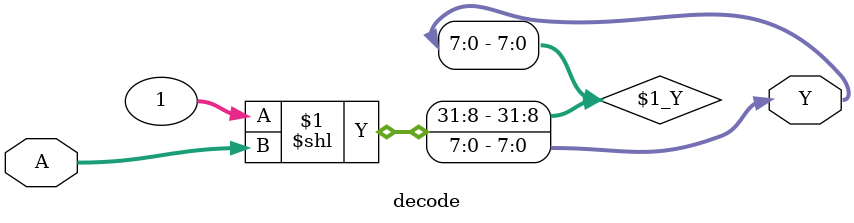
<source format=v>
module decode(A,Y);
input[2:0] A;
output[7:0] Y;
assign Y=1<<A;


endmodule
</source>
